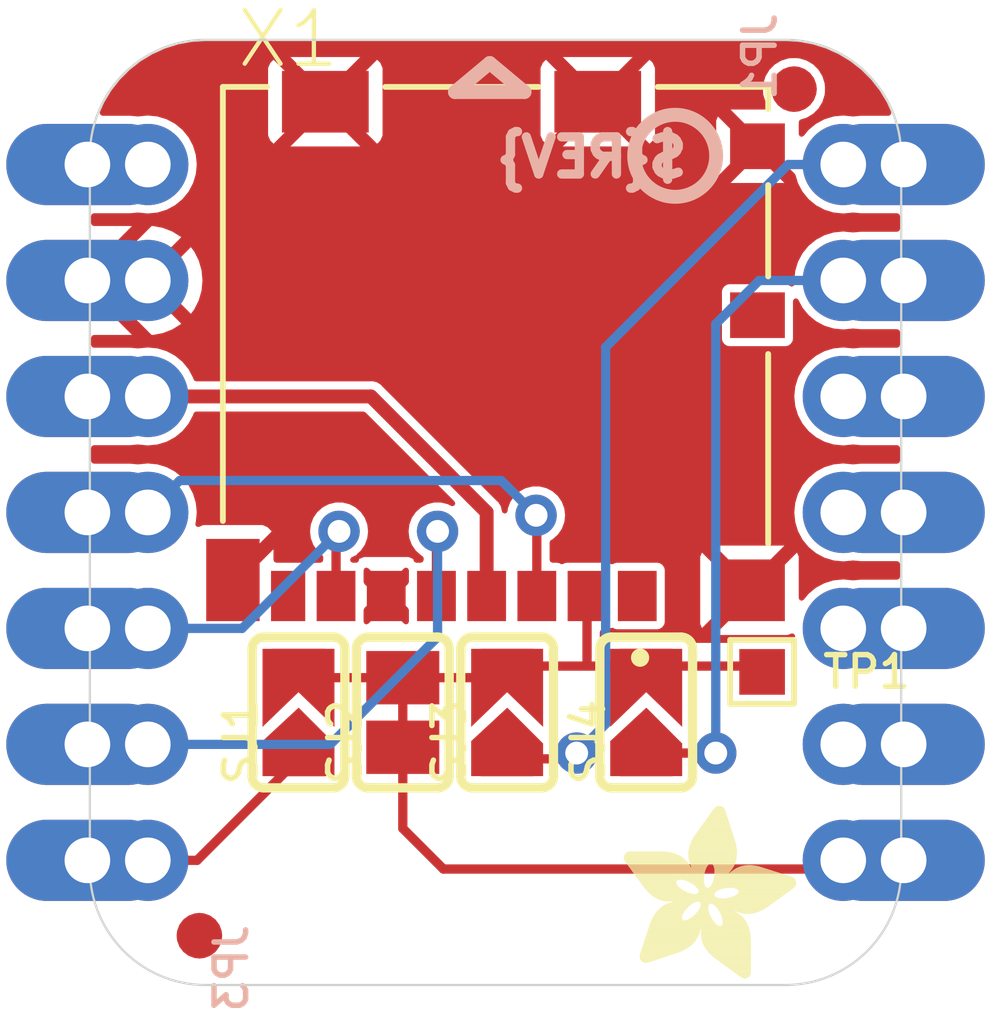
<source format=kicad_pcb>
(kicad_pcb (version 20221018) (generator pcbnew)
  (layers (0 "F.Cu" signal) (1 "In1.Cu" signal) (2 "In2.Cu" signal) (3 "In3.Cu" signal) (4 "In4.Cu" signal) (5 "In5.Cu" signal) (6 "In6.Cu" signal) (7 "In7.Cu" signal) (8 "In8.Cu" signal) (9 "In9.Cu" signal) (10 "In10.Cu" signal) (11 "In11.Cu" signal) (12 "In12.Cu" signal) (13 "In13.Cu" signal) (14 "In14.Cu" signal) (31 "B.Cu" signal) (34 "B.Paste" user) (35 "F.Paste" user) (36 "B.SilkS" user "B.Silkscreen") (37 "F.SilkS" user "F.Silkscreen") (38 "B.Mask" user) (39 "F.Mask" user) (44 "Edge.Cuts" user))
  (net 0 "")
  (net 1 "GND")
  (net 2 "+5V")
  (net 3 "A3")
  (net 4 "A0")
  (net 5 "A1")
  (net 6 "A2")
  (net 7 "SDA")
  (net 8 "SCL")
  (net 9 "TX")
  (net 10 "MOSI")
  (net 11 "SCK")
  (net 12 "RX")
  (net 13 "MISO")
  (net 14 "3.3V")
  (net 15 "SD_CS")
  (footprint "working:FIDUCIAL_1MM" (layer "F.Cu") (at 155.0416 95.7326 180)
    (fp_text reference "U$8" hide)
    (fp_text value "FIDUCIAL_1MM" hide)
    (pad "1" smd roundrect (at 0 0 180) (size 1 1) (layers "F.Cu" "F.Mask") (roundrect_rratio 0.5))
  )
  (footprint "working:ADAFRUIT_3.5MM" (layer "F.Cu") (at 151.2951 115.2271)
    (fp_text reference "U$2" hide)
    (fp_text value "" hide)
  )
  (footprint "working:TESTPOINT_PAD_1MM" (layer "F.Cu") (at 154.3431 108.4961)
    (fp_text reference "TP1" (at 1.27 0) (layer "F.SilkS") (effects (font (size 0.692831 0.692831) (thickness 0.119969)) (justify left)))
    (fp_text value "")
    (pad "P$1" smd rect (at 0 0) (size 1 1) (layers "F.Cu" "F.Mask") (net 15 "SD_CS"))
  )
  (footprint "working:MOLEX_104031-0811" (layer "F.Cu") (at 148.5011 101.3841)
    (fp_text reference "X1" (at -5.7268 -6.749418) (layer "F.SilkS") (effects (font (size 1.178965 1.178965) (thickness 0.093666)) (justify left)))
    (fp_text value "MicroSD")
    (pad "1" smd rect (at 3.105 5.45) (size 0.85 1.1) (layers "F.Cu" "F.Paste" "F.Mask"))
    (pad "2" smd rect (at 2.005 5.45) (size 0.85 1.1) (layers "F.Cu" "F.Paste" "F.Mask") (net 15 "SD_CS"))
    (pad "3" smd rect (at 0.905 5.45) (size 0.85 1.1) (layers "F.Cu" "F.Paste" "F.Mask") (net 10 "MOSI"))
    (pad "4" smd rect (at -0.195 5.45) (size 0.85 1.1) (layers "F.Cu" "F.Paste" "F.Mask") (net 14 "3.3V"))
    (pad "5" smd rect (at -1.295 5.45) (size 0.85 1.1) (layers "F.Cu" "F.Paste" "F.Mask") (net 11 "SCK"))
    (pad "6" smd rect (at -2.395 5.45) (size 0.85 1.1) (layers "F.Cu" "F.Paste" "F.Mask") (net 1 "GND"))
    (pad "7" smd rect (at -3.495 5.45) (size 0.85 1.1) (layers "F.Cu" "F.Paste" "F.Mask") (net 13 "MISO"))
    (pad "8" smd rect (at -4.545 5.45) (size 0.75 1.1) (layers "F.Cu" "F.Paste" "F.Mask"))
    (pad "9" smd rect (at 5.74 -0.7) (size 1.2 1) (layers "F.Cu" "F.Paste" "F.Mask"))
    (pad "10" smd rect (at 5.74 -4.4) (size 1.2 1) (layers "F.Cu" "F.Paste" "F.Mask") (net 1 "GND"))
    (pad "G1" smd rect (at 5.565 5.325) (size 1.55 1.35) (layers "F.Cu" "F.Paste" "F.Mask") (net 1 "GND"))
    (pad "G2" smd rect (at -5.755 5.1) (size 1.17 1.8) (layers "F.Cu" "F.Paste" "F.Mask") (net 1 "GND"))
    (pad "G3" smd rect (at -3.73 -5.375) (size 1.9 1.35) (layers "F.Cu" "F.Paste" "F.Mask") (net 1 "GND"))
    (pad "G4" smd rect (at 2.24 -5.375) (size 1.9 1.35) (layers "F.Cu" "F.Paste" "F.Mask") (net 1 "GND"))
  )
  (footprint "working:PLABEL5" (layer "F.Cu") (at 154.3431 110.2741 90)
    (fp_text reference "PLABEL5" hide)
    (fp_text value "" hide)
  )
  (footprint "working:PLABEL2" (layer "F.Cu") (at 148.7551 111.7981)
    (fp_text reference "PLABEL2" hide)
    (fp_text value "" hide)
  )
  (footprint "working:SOLDERJUMPER_ARROW_NOPASTE" (layer "F.Cu") (at 144.1831 109.3851 90)
    (fp_text reference "SJ1" (at -1.651 -1.27 90) (layer "F.SilkS") (effects (font (size 0.692831 0.692831) (thickness 0.119969)) (justify left)))
    (fp_text value "")
    (fp_poly (pts (xy 0.106121 0.002663) (xy -0.679416 0.7882) (xy -1.3946 0.7882) (xy -1.3946 -0.7882) (xy -0.62715 -0.7882)) (fill solid) (layer "F.Cu"))
    (fp_poly (pts (xy 1.3946 0.7882) (xy -0.315893 0.7882) (xy 0.443148 0) (xy -0.315893 -0.7882) (xy 1.3946 -0.7882)) (fill solid) (layer "F.Cu"))
    (pad "1" smd roundrect (at -1.016 0 90) (size 0.762 1.524) (layers "F.Cu") (net 12 "RX"))
    (pad "2" smd roundrect (at 1.016 0 90) (size 0.762 1.524) (layers "F.Cu") (net 15 "SD_CS"))
  )
  (footprint "working:FIDUCIAL_1MM" (layer "F.Cu") (at 142.0114 114.2746 180)
    (fp_text reference "U$6" hide)
    (fp_text value "FIDUCIAL_1MM" hide)
    (pad "1" smd roundrect (at 0 0 180) (size 1 1) (layers "F.Cu" "F.Mask") (roundrect_rratio 0.5))
  )
  (footprint "working:PLABEL3" (layer "F.Cu") (at 151.8031 111.7981)
    (fp_text reference "PLABEL3" hide)
    (fp_text value "" hide)
  )
  (footprint "working:PLABEL4" (layer "F.Cu") (at 145.3261 115.2271)
    (fp_text reference "PLABEL4" hide)
    (fp_text value "" hide)
  )
  (footprint "working:PLABEL0" (layer "F.Cu") (at 146.4691 111.7981)
    (fp_text reference "PLABEL0" hide)
    (fp_text value "" hide)
  )
  (footprint "working:SOLDERJUMPER_ARROW_NOPASTE" (layer "F.Cu") (at 151.8031 109.3851 90)
    (fp_text reference "SJ4" (at -1.651 -1.27 90) (layer "F.SilkS") (effects (font (size 0.692831 0.692831) (thickness 0.119969)) (justify left)))
    (fp_text value "")
    (fp_poly (pts (xy 0.106121 0.002663) (xy -0.679416 0.7882) (xy -1.3946 0.7882) (xy -1.3946 -0.7882) (xy -0.62715 -0.7882)) (fill solid) (layer "F.Cu"))
    (fp_poly (pts (xy 1.3946 0.7882) (xy -0.315893 0.7882) (xy 0.443148 0) (xy -0.315893 -0.7882) (xy 1.3946 -0.7882)) (fill solid) (layer "F.Cu"))
    (pad "1" smd roundrect (at -1.016 0 90) (size 0.762 1.524) (layers "F.Cu") (net 5 "A1"))
    (pad "2" smd roundrect (at 1.016 0 90) (size 0.762 1.524) (layers "F.Cu") (net 15 "SD_CS"))
  )
  (footprint "working:PLABEL1" (layer "F.Cu") (at 144.1831 111.7981)
    (fp_text reference "PLABEL1" hide)
    (fp_text value "" hide)
  )
  (footprint "working:SOLDERJUMPER_CLOSEDWIRE" (layer "F.Cu") (at 146.4691 109.3851 90)
    (fp_text reference "SJ2" (at -1.651 -1.27 90) (layer "F.SilkS") (effects (font (size 0.692831 0.692831) (thickness 0.119969)) (justify left)))
    (fp_text value "")
    (pad "1" smd rect (at -0.762 0 90) (size 1.1684 1.6002) (layers "F.Cu") (net 9 "TX"))
    (pad "2" smd rect (at 0.762 0 90) (size 1.1684 1.6002) (layers "F.Cu") (net 15 "SD_CS"))
    (pad "WIRE" smd rect (at 0 0 270) (size 0.635 0.2032) (layers "F.Cu"))
  )
  (footprint "working:SOLDERJUMPER_ARROW_NOPASTE" (layer "F.Cu") (at 148.7551 109.3851 90)
    (fp_text reference "SJ3" (at -1.651 -1.27 90) (layer "F.SilkS") (effects (font (size 0.692831 0.692831) (thickness 0.119969)) (justify left)))
    (fp_text value "")
    (fp_poly (pts (xy 0.106121 0.002663) (xy -0.679416 0.7882) (xy -1.3946 0.7882) (xy -1.3946 -0.7882) (xy -0.62715 -0.7882)) (fill solid) (layer "F.Cu"))
    (fp_poly (pts (xy 1.3946 0.7882) (xy -0.315893 0.7882) (xy 0.443148 0) (xy -0.315893 -0.7882) (xy 1.3946 -0.7882)) (fill solid) (layer "F.Cu"))
    (pad "1" smd roundrect (at -1.016 0 90) (size 0.762 1.524) (layers "F.Cu") (net 4 "A0"))
    (pad "2" smd roundrect (at 1.016 0 90) (size 0.762 1.524) (layers "F.Cu") (net 15 "SD_CS"))
  )
  (footprint "working:PCBFEAT-REV-040" (layer "B.Cu") (at 152.4381 97.1931 180)
    (fp_text reference "U$3" hide)
    (fp_text value "" hide)
    (fp_text user "${REV}" (at -0.3556 -0.508) (layer "B.SilkS") (effects (font (size 0.8128 0.8128) (thickness 0.2032)) (justify left bottom mirror)))
  )
  (footprint "working:PLABEL7" (layer "B.Cu") (at 148.3741 104.9401 180)
    (fp_text reference "PLABEL7" hide)
    (fp_text value "" hide)
  )
  (footprint "working:1X07_CASTEL" (layer "B.Cu") (at 156.1211 105.0036 -90)
    (fp_text reference "JP1" (at -8.9662 1.8288 -270) (layer "B.SilkS") (effects (font (size 0.692831 0.692831) (thickness 0.119969)) (justify right mirror)))
    (fp_text value "")
    (pad "1" thru_hole circle (at -7.62 0 180) (size 1.778 1.778) (drill 1) (layers "*.Cu" "*.Mask") (net 4 "A0"))
    (pad "1C" thru_hole oval (at -7.62 -1.323975 180) (size 3.556 1.778) (drill 1) (layers "*.Cu" "*.Mask") (net 4 "A0"))
    (pad "2" thru_hole circle (at -5.08 0 180) (size 1.778 1.778) (drill 1) (layers "*.Cu" "*.Mask") (net 5 "A1"))
    (pad "2C" thru_hole oval (at -5.08 -1.323975 180) (size 3.556 1.778) (drill 1) (layers "*.Cu" "*.Mask") (net 5 "A1"))
    (pad "3" thru_hole circle (at -2.54 0 180) (size 1.778 1.778) (drill 1) (layers "*.Cu" "*.Mask") (net 6 "A2"))
    (pad "3C" thru_hole oval (at -2.54 -1.323975 180) (size 3.556 1.778) (drill 1) (layers "*.Cu" "*.Mask") (net 6 "A2"))
    (pad "4" thru_hole circle (at 0 0 180) (size 1.778 1.778) (drill 1) (layers "*.Cu" "*.Mask") (net 3 "A3"))
    (pad "4C" thru_hole oval (at 0 -1.323975 180) (size 3.556 1.778) (drill 1) (layers "*.Cu" "*.Mask") (net 3 "A3"))
    (pad "5" thru_hole circle (at 2.54 0 180) (size 1.778 1.778) (drill 1) (layers "*.Cu" "*.Mask") (net 7 "SDA"))
    (pad "5C" thru_hole oval (at 2.54 -1.323975 180) (size 3.556 1.778) (drill 1) (layers "*.Cu" "*.Mask") (net 7 "SDA"))
    (pad "6" thru_hole circle (at 5.08 0 180) (size 1.778 1.778) (drill 1) (layers "*.Cu" "*.Mask") (net 8 "SCL"))
    (pad "6C" thru_hole oval (at 5.08 -1.323975 180) (size 3.556 1.778) (drill 1) (layers "*.Cu" "*.Mask") (net 8 "SCL"))
    (pad "7" thru_hole circle (at 7.62 0 180) (size 1.778 1.778) (drill 1) (layers "*.Cu" "*.Mask") (net 9 "TX"))
    (pad "7C" thru_hole oval (at 7.62 -1.323975 180) (size 3.556 1.778) (drill 1) (layers "*.Cu" "*.Mask") (net 9 "TX"))
  )
  (footprint "working:1X07_CASTEL" (layer "B.Cu") (at 140.8811 105.0036 90)
    (fp_text reference "JP3" (at -8.9662 1.8288 90) (layer "B.SilkS") (effects (font (size 0.692831 0.692831) (thickness 0.119969)) (justify left mirror)))
    (fp_text value "")
    (pad "1" thru_hole circle (at -7.62 0) (size 1.778 1.778) (drill 1) (layers "*.Cu" "*.Mask") (net 12 "RX"))
    (pad "1C" thru_hole oval (at -7.62 -1.323975) (size 3.556 1.778) (drill 1) (layers "*.Cu" "*.Mask") (net 12 "RX"))
    (pad "2" thru_hole circle (at -5.08 0) (size 1.778 1.778) (drill 1) (layers "*.Cu" "*.Mask") (net 11 "SCK"))
    (pad "2C" thru_hole oval (at -5.08 -1.323975) (size 3.556 1.778) (drill 1) (layers "*.Cu" "*.Mask") (net 11 "SCK"))
    (pad "3" thru_hole circle (at -2.54 0) (size 1.778 1.778) (drill 1) (layers "*.Cu" "*.Mask") (net 13 "MISO"))
    (pad "3C" thru_hole oval (at -2.54 -1.323975) (size 3.556 1.778) (drill 1) (layers "*.Cu" "*.Mask") (net 13 "MISO"))
    (pad "4" thru_hole circle (at 0 0) (size 1.778 1.778) (drill 1) (layers "*.Cu" "*.Mask") (net 10 "MOSI"))
    (pad "4C" thru_hole oval (at 0 -1.323975) (size 3.556 1.778) (drill 1) (layers "*.Cu" "*.Mask") (net 10 "MOSI"))
    (pad "5" thru_hole circle (at 2.54 0) (size 1.778 1.778) (drill 1) (layers "*.Cu" "*.Mask") (net 14 "3.3V"))
    (pad "5C" thru_hole oval (at 2.54 -1.323975) (size 3.556 1.778) (drill 1) (layers "*.Cu" "*.Mask") (net 14 "3.3V"))
    (pad "6" thru_hole circle (at 5.08 0) (size 1.778 1.778) (drill 1) (layers "*.Cu" "*.Mask") (net 1 "GND"))
    (pad "6C" thru_hole oval (at 5.08 -1.323975) (size 3.556 1.778) (drill 1) (layers "*.Cu" "*.Mask") (net 1 "GND"))
    (pad "7" thru_hole circle (at 7.62 0) (size 1.778 1.778) (drill 1) (layers "*.Cu" "*.Mask") (net 2 "+5V"))
    (pad "7C" thru_hole oval (at 7.62 -1.323975) (size 3.556 1.778) (drill 1) (layers "*.Cu" "*.Mask") (net 2 "+5V"))
  )
  (footprint "working:PLABEL6" (layer "B.Cu") (at 148.3741 97.1931 180)
    (fp_text reference "PLABEL6" hide)
    (fp_text value "" hide)
  )
  (gr_line (start 148.3741 95.1611) (end 149.1361 95.7961) (stroke (width 0.3048)) (layer "B.SilkS"))
  (gr_line (start 147.6121 95.7961) (end 148.3741 95.1611) (stroke (width 0.3048)) (layer "B.SilkS"))
  (gr_line (start 149.1361 95.7961) (end 147.6121 95.7961) (stroke (width 0.3048)) (layer "B.SilkS"))
  (gr_arc (start 154.8511 94.6531) (mid 156.647151 95.397049) (end 157.3911 97.1931) (stroke (width 0.05)) (layer "Edge.Cuts"))
  (gr_line (start 139.6111 112.8141) (end 139.6111 97.1931) (stroke (width 0.05)) (layer "Edge.Cuts"))
  (gr_arc (start 142.1511 115.3541) (mid 140.355049 114.610151) (end 139.6111 112.8141) (stroke (width 0.05)) (layer "Edge.Cuts"))
  (gr_arc (start 157.3911 112.8141) (mid 156.647151 114.610151) (end 154.8511 115.3541) (stroke (width 0.05)) (layer "Edge.Cuts"))
  (gr_line (start 157.3911 97.1931) (end 157.3911 112.8141) (stroke (width 0.05)) (layer "Edge.Cuts"))
  (gr_line (start 154.8511 115.3541) (end 142.1511 115.3541) (stroke (width 0.05)) (layer "Edge.Cuts"))
  (gr_line (start 142.1511 94.6531) (end 154.8511 94.6531) (stroke (width 0.05)) (layer "Edge.Cuts"))
  (gr_arc (start 139.6111 97.1931) (mid 140.355049 95.397049) (end 142.1511 94.6531) (stroke (width 0.05)) (layer "Edge.Cuts"))
  (segment (start 139.557125 99.9236) (end 140.8811 99.9236) (width 0.3048) (layer "B.Cu") (net 1))
  (segment (start 139.557125 97.3836) (end 140.8811 97.3836) (width 0.3048) (layer "B.Cu") (net 2))
  (segment (start 157.445075 105.0036) (end 156.1211 105.0036) (width 0.3048) (layer "B.Cu") (net 3))
  (segment (start 148.7551 110.4011) (end 150.1521 110.4011) (width 0.2032) (layer "F.Cu") (net 4))
  (segment (start 150.1521 110.4011) (end 150.2791 110.2741) (width 0.2032) (layer "F.Cu") (net 4))
  (via (at 150.2791 110.2741) (size 0.9064) (drill 0.5) (layers "F.Cu" "B.Cu") (net 4))
  (segment (start 150.9141 101.3841) (end 154.9146 97.3836) (width 0.2032) (layer "B.Cu") (net 4))
  (segment (start 150.2791 110.2741) (end 150.9141 109.6391) (width 0.2032) (layer "B.Cu") (net 4))
  (segment (start 150.9141 109.6391) (end 150.9141 101.3841) (width 0.2032) (layer "B.Cu") (net 4))
  (segment (start 157.445075 97.3836) (end 156.1211 97.3836) (width 0.3048) (layer "B.Cu") (net 4))
  (segment (start 154.9146 97.3836) (end 156.1211 97.3836) (width 0.2032) (layer "B.Cu") (net 4))
  (segment (start 151.8031 110.4011) (end 151.9301 110.2741) (width 0.2032) (layer "F.Cu") (net 5))
  (segment (start 151.9301 110.2741) (end 153.3271 110.2741) (width 0.2032) (layer "F.Cu") (net 5))
  (via (at 153.3271 110.2741) (size 0.9064) (drill 0.5) (layers "F.Cu" "B.Cu") (net 5))
  (segment (start 157.445075 99.9236) (end 156.1211 99.9236) (width 0.3048) (layer "B.Cu") (net 5))
  (segment (start 154.2796 99.9236) (end 156.1211 99.9236) (width 0.2032) (layer "B.Cu") (net 5))
  (segment (start 153.3271 100.8761) (end 154.2796 99.9236) (width 0.2032) (layer "B.Cu") (net 5))
  (segment (start 153.3271 110.2741) (end 153.3271 100.8761) (width 0.2032) (layer "B.Cu") (net 5))
  (segment (start 157.445075 102.4636) (end 156.1211 102.4636) (width 0.3048) (layer "B.Cu") (net 6))
  (segment (start 157.445075 107.5436) (end 156.1211 107.5436) (width 0.3048) (layer "B.Cu") (net 7))
  (segment (start 157.445075 110.0836) (end 156.1211 110.0836) (width 0.3048) (layer "B.Cu") (net 8))
  (segment (start 146.4691 110.1471) (end 146.4691 111.9251) (width 0.2032) (layer "F.Cu") (net 9))
  (segment (start 147.3581 112.8141) (end 155.9306 112.8141) (width 0.2032) (layer "F.Cu") (net 9))
  (segment (start 155.9306 112.8141) (end 156.1211 112.6236) (width 0.2032) (layer "F.Cu") (net 9))
  (segment (start 146.4691 111.9251) (end 147.3581 112.8141) (width 0.2032) (layer "F.Cu") (net 9))
  (segment (start 157.445075 112.6236) (end 156.1211 112.6236) (width 0.3048) (layer "B.Cu") (net 9))
  (segment (start 149.4061 105.0831) (end 149.3901 105.0671) (width 0.2032) (layer "F.Cu") (net 10))
  (segment (start 149.4061 106.8341) (end 149.4061 105.0831) (width 0.2032) (layer "F.Cu") (net 10))
  (via (at 149.3901 105.0671) (size 0.9064) (drill 0.5) (layers "F.Cu" "B.Cu") (net 10))
  (segment (start 139.557125 105.0036) (end 140.8811 105.0036) (width 0.3048) (layer "B.Cu") (net 10))
  (segment (start 148.6281 104.3051) (end 141.5796 104.3051) (width 0.2032) (layer "B.Cu") (net 10))
  (segment (start 140.8811 105.0036) (end 141.5796 104.3051) (width 0.2032) (layer "B.Cu") (net 10))
  (segment (start 149.3901 105.0671) (end 148.6281 104.3051) (width 0.2032) (layer "B.Cu") (net 10))
  (segment (start 147.2061 105.4437) (end 147.2311 105.4187) (width 0.2032) (layer "F.Cu") (net 11))
  (segment (start 147.2061 106.8341) (end 147.2061 105.4437) (width 0.2032) (layer "F.Cu") (net 11))
  (via (at 147.2311 105.4187) (size 0.9064) (drill 0.5) (layers "F.Cu" "B.Cu") (net 11))
  (segment (start 144.8816 110.0836) (end 140.8811 110.0836) (width 0.2032) (layer "B.Cu") (net 11))
  (segment (start 139.557125 110.0836) (end 140.0556 110.0836) (width 0.3048) (layer "B.Cu") (net 11))
  (segment (start 140.6906 110.2741) (end 140.8811 110.0836) (width 0.3048) (layer "B.Cu") (net 11))
  (segment (start 140.0556 110.0836) (end 140.2461 110.2741) (width 0.3048) (layer "B.Cu") (net 11))
  (segment (start 140.2461 110.2741) (end 140.6906 110.2741) (width 0.3048) (layer "B.Cu") (net 11))
  (segment (start 147.2311 105.4187) (end 147.2311 107.7341) (width 0.2032) (layer "B.Cu") (net 11))
  (segment (start 147.2311 107.7341) (end 144.8816 110.0836) (width 0.2032) (layer "B.Cu") (net 11))
  (segment (start 141.9606 112.6236) (end 140.8811 112.6236) (width 0.2032) (layer "F.Cu") (net 12))
  (segment (start 144.1831 110.4011) (end 141.9606 112.6236) (width 0.2032) (layer "F.Cu") (net 12))
  (segment (start 139.557125 112.6236) (end 140.8811 112.6236) (width 0.3048) (layer "B.Cu") (net 12))
  (segment (start 145.0061 105.4847) (end 145.0721 105.4187) (width 0.2032) (layer "F.Cu") (net 13))
  (segment (start 145.0061 106.8341) (end 145.0061 105.4847) (width 0.2032) (layer "F.Cu") (net 13))
  (via (at 145.0721 105.4187) (size 0.9064) (drill 0.5) (layers "F.Cu" "B.Cu") (net 13))
  (segment (start 139.557125 107.5436) (end 140.8811 107.5436) (width 0.3048) (layer "B.Cu") (net 13))
  (segment (start 145.0721 105.4187) (end 142.9472 107.5436) (width 0.2032) (layer "B.Cu") (net 13))
  (segment (start 142.9472 107.5436) (end 140.8811 107.5436) (width 0.2032) (layer "B.Cu") (net 13))
  (segment (start 148.3061 104.9991) (end 148.3061 106.8341) (width 0.3048) (layer "F.Cu") (net 14))
  (segment (start 140.8811 102.4636) (end 145.7706 102.4636) (width 0.3048) (layer "F.Cu") (net 14))
  (segment (start 145.7706 102.4636) (end 148.3061 104.9991) (width 0.3048) (layer "F.Cu") (net 14))
  (segment (start 139.557125 102.4636) (end 140.8811 102.4636) (width 0.3048) (layer "B.Cu") (net 14))
  (segment (start 150.5061 108.3421) (end 150.5331 108.3691) (width 0.2032) (layer "F.Cu") (net 15))
  (segment (start 151.8031 108.3691) (end 154.2161 108.3691) (width 0.2032) (layer "F.Cu") (net 15))
  (segment (start 150.4791 108.3691) (end 148.7551 108.3691) (width 0.2032) (layer "F.Cu") (net 15))
  (segment (start 150.5061 106.8341) (end 150.5061 108.3421) (width 0.2032) (layer "F.Cu") (net 15))
  (segment (start 150.5061 108.3421) (end 150.4791 108.3691) (width 0.2032) (layer "F.Cu") (net 15))
  (segment (start 146.4691 108.6231) (end 144.4371 108.6231) (width 0.2032) (layer "F.Cu") (net 15))
  (segment (start 148.7551 108.3691) (end 148.5011 108.6231) (width 0.2032) (layer "F.Cu") (net 15))
  (segment (start 148.5011 108.6231) (end 146.4691 108.6231) (width 0.2032) (layer "F.Cu") (net 15))
  (segment (start 150.5331 108.3691) (end 151.8031 108.3691) (width 0.2032) (layer "F.Cu") (net 15))
  (segment (start 144.4371 108.6231) (end 144.1831 108.3691) (width 0.2032) (layer "F.Cu") (net 15))
  (segment (start 154.2161 108.3691) (end 154.3431 108.4961) (width 0.2032) (layer "F.Cu") (net 15))
  (zone (net 1) (net_name "GND") (layer "F.Cu") (priority 6) (connect_pads (clearance 0.000001)) (min_thickness 0.127) (fill yes (thermal_gap 0.304) (thermal_bridge_width 0.304))
    (polygon (pts (xy 157.3911 107.8611) (xy 139.6111 107.8611) (xy 139.6111 94.5261) (xy 157.3911 94.5261)))
  )
)
</source>
